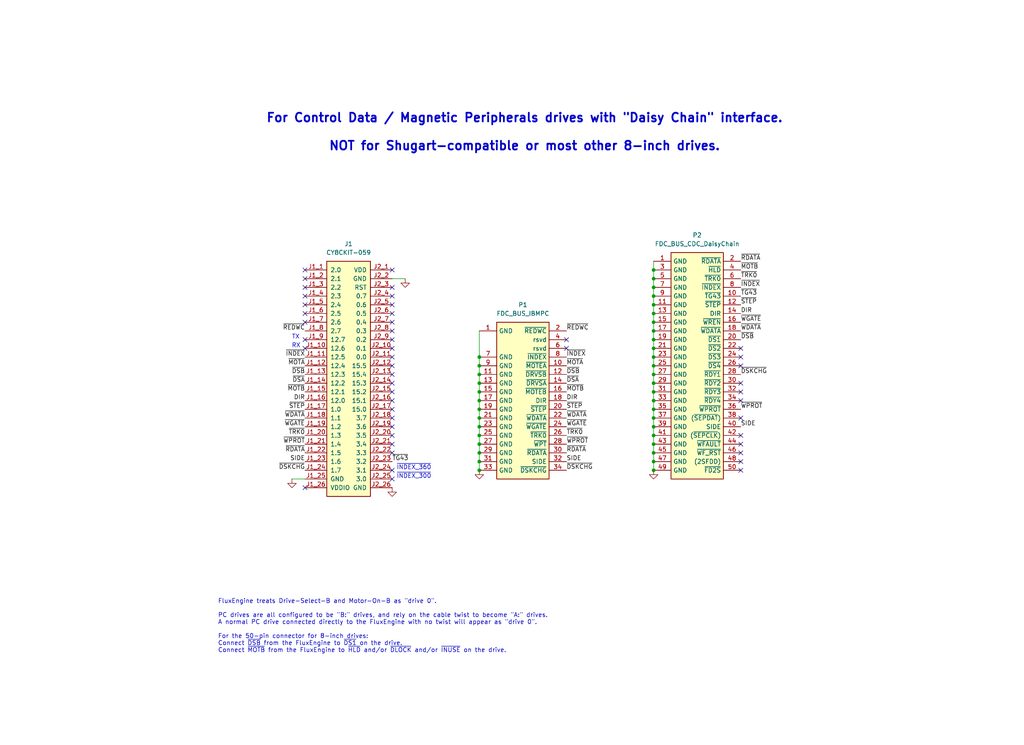
<source format=kicad_sch>
(kicad_sch (version 20231120) (generator "eeschema") (generator_version "8.0")
  (paper "User" 298.45 217.322)
  (title_block (title "FluxEngine_Hat for PC and CDC DaisyChain") (date "2024-04-29") (rev "002") (company "Brian K. White - b.kenyon.w@gmail.com") (comment 1 "CC BY-SA") (comment 2 "github.com/bkw777/FluxEngine_Kit"))
  (lib_symbols
    (symbol "000_LOCAL:CY8CKIT-059" (pin_names (offset 1.016))
      (property "Reference" "J" (at 0 34.29 0))
      (property "Value" "CY8CKIT-059" (at 0 -37.084 0))
      (symbol "CY8CKIT-059_1_1"
        (rectangle (start -6.35 33.02) (end 6.35 -35.56) (stroke (width 0.254)) (fill (type background)))
        (pin passive line (at -12.7 30.48 0) (length 6.35) (name "2.0") (number "J1_1"))
        (pin passive line (at -12.7 7.62 0) (length 6.35) (name "12.6") (number "J1_10"))
        (pin passive line (at -12.7 5.08 0) (length 6.35) (name "12.5") (number "J1_11"))
        (pin passive line (at -12.7 2.54 0) (length 6.35) (name "12.4") (number "J1_12"))
        (pin passive line (at -12.7 0 0) (length 6.35) (name "12.3") (number "J1_13"))
        (pin passive line (at -12.7 -2.54 0) (length 6.35) (name "12.2") (number "J1_14"))
        (pin passive line (at -12.7 -5.08 0) (length 6.35) (name "12.1") (number "J1_15"))
        (pin passive line (at -12.7 -7.62 0) (length 6.35) (name "12.0") (number "J1_16"))
        (pin passive line (at -12.7 -10.16 0) (length 6.35) (name "1.0") (number "J1_17"))
        (pin passive line (at -12.7 -12.7 0) (length 6.35) (name "1.1") (number "J1_18"))
        (pin passive line (at -12.7 -15.24 0) (length 6.35) (name "1.2") (number "J1_19"))
        (pin passive line (at -12.7 27.94 0) (length 6.35) (name "2.1") (number "J1_2"))
        (pin passive line (at -12.7 -17.78 0) (length 6.35) (name "1.3") (number "J1_20"))
        (pin passive line (at -12.7 -20.32 0) (length 6.35) (name "1.4") (number "J1_21"))
        (pin passive line (at -12.7 -22.86 0) (length 6.35) (name "1.5") (number "J1_22"))
        (pin passive line (at -12.7 -25.4 0) (length 6.35) (name "1.6") (number "J1_23"))
        (pin passive line (at -12.7 -27.94 0) (length 6.35) (name "1.7") (number "J1_24"))
        (pin passive line (at -12.7 -30.48 0) (length 6.35) (name "GND") (number "J1_25"))
        (pin passive line (at -12.7 -33.02 0) (length 6.35) (name "VDDIO") (number "J1_26"))
        (pin passive line (at -12.7 25.4 0) (length 6.35) (name "2.2") (number "J1_3"))
        (pin passive line (at -12.7 22.86 0) (length 6.35) (name "2.3") (number "J1_4"))
        (pin passive line (at -12.7 20.32 0) (length 6.35) (name "2.4") (number "J1_5"))
        (pin passive line (at -12.7 17.78 0) (length 6.35) (name "2.5") (number "J1_6"))
        (pin passive line (at -12.7 15.24 0) (length 6.35) (name "2.6") (number "J1_7"))
        (pin passive line (at -12.7 12.7 0) (length 6.35) (name "2.7") (number "J1_8"))
        (pin passive line (at -12.7 10.16 0) (length 6.35) (name "12.7") (number "J1_9"))
        (pin passive line (at 12.7 30.48 180) (length 6.35) (name "VDD") (number "J2_1"))
        (pin passive line (at 12.7 7.62 180) (length 6.35) (name "0.1") (number "J2_10"))
        (pin passive line (at 12.7 5.08 180) (length 6.35) (name "0.0") (number "J2_11"))
        (pin passive line (at 12.7 2.54 180) (length 6.35) (name "15.5") (number "J2_12"))
        (pin passive line (at 12.7 0 180) (length 6.35) (name "15.4") (number "J2_13"))
        (pin passive line (at 12.7 -2.54 180) (length 6.35) (name "15.3") (number "J2_14"))
        (pin passive line (at 12.7 -5.08 180) (length 6.35) (name "15.2") (number "J2_15"))
        (pin passive line (at 12.7 -7.62 180) (length 6.35) (name "15.1") (number "J2_16"))
        (pin passive line (at 12.7 -10.16 180) (length 6.35) (name "15.0") (number "J2_17"))
        (pin passive line (at 12.7 -12.7 180) (length 6.35) (name "3.7") (number "J2_18"))
        (pin passive line (at 12.7 -15.24 180) (length 6.35) (name "3.6") (number "J2_19"))
        (pin passive line (at 12.7 27.94 180) (length 6.35) (name "GND") (number "J2_2"))
        (pin passive line (at 12.7 -17.78 180) (length 6.35) (name "3.5") (number "J2_20"))
        (pin passive line (at 12.7 -20.32 180) (length 6.35) (name "3.4") (number "J2_21"))
        (pin passive line (at 12.7 -22.86 180) (length 6.35) (name "3.3") (number "J2_22"))
        (pin passive line (at 12.7 -25.4 180) (length 6.35) (name "3.2") (number "J2_23"))
        (pin passive line (at 12.7 -27.94 180) (length 6.35) (name "3.1") (number "J2_24"))
        (pin passive line (at 12.7 -30.48 180) (length 6.35) (name "3.0") (number "J2_25"))
        (pin passive line (at 12.7 -33.02 180) (length 6.35) (name "GND") (number "J2_26"))
        (pin passive line (at 12.7 25.4 180) (length 6.35) (name "RST") (number "J2_3"))
        (pin passive line (at 12.7 22.86 180) (length 6.35) (name "0.7") (number "J2_4"))
        (pin passive line (at 12.7 20.32 180) (length 6.35) (name "0.6") (number "J2_5"))
        (pin passive line (at 12.7 17.78 180) (length 6.35) (name "0.5") (number "J2_6"))
        (pin passive line (at 12.7 15.24 180) (length 6.35) (name "0.4") (number "J2_7"))
        (pin passive line (at 12.7 12.7 180) (length 6.35) (name "0.3") (number "J2_8"))
        (pin passive line (at 12.7 10.16 180) (length 6.35) (name "0.2") (number "J2_9"))
      )
    )
    (symbol "000_LOCAL:FDC_BUS_CDC_DaisyChain" (pin_names (offset 0.635))
      (property "Reference" "J" (at 0 31.75 0))
      (property "Value" "FDC_BUS_CDC_DaisyChain" (at 0 -37.084 0))
      (symbol "FDC_BUS_CDC_DaisyChain_1_1"
        (rectangle (start -7.62 30.48) (end 7.62 -35.56) (stroke (width 0.254)) (fill (type background)))
        (pin passive line (at -12.7 27.94 0) (length 5.08) (name "GND") (number "1"))
        (pin passive line (at 12.7 17.78 180) (length 5.08) (name "~{TG43}") (number "10"))
        (pin passive line (at -12.7 15.24 0) (length 5.08) (name "GND") (number "11"))
        (pin passive line (at 12.7 15.24 180) (length 5.08) (name "~{STEP}") (number "12"))
        (pin passive line (at -12.7 12.7 0) (length 5.08) (name "GND") (number "13"))
        (pin passive line (at 12.7 12.7 180) (length 5.08) (name "DIR") (number "14"))
        (pin passive line (at -12.7 10.16 0) (length 5.08) (name "GND") (number "15"))
        (pin passive line (at 12.7 10.16 180) (length 5.08) (name "~{WREN}") (number "16"))
        (pin passive line (at -12.7 7.62 0) (length 5.08) (name "GND") (number "17"))
        (pin passive line (at 12.7 7.62 180) (length 5.08) (name "~{WDATA}") (number "18"))
        (pin passive line (at -12.7 5.08 0) (length 5.08) (name "GND") (number "19"))
        (pin passive line (at 12.7 27.94 180) (length 5.08) (name "~{RDATA}") (number "2"))
        (pin passive line (at 12.7 5.08 180) (length 5.08) (name "~{DS1}") (number "20"))
        (pin passive line (at -12.7 2.54 0) (length 5.08) (name "GND") (number "21"))
        (pin passive line (at 12.7 2.54 180) (length 5.08) (name "~{DS2}") (number "22"))
        (pin passive line (at -12.7 0 0) (length 5.08) (name "GND") (number "23"))
        (pin passive line (at 12.7 0 180) (length 5.08) (name "~{DS3}") (number "24"))
        (pin passive line (at -12.7 -2.54 0) (length 5.08) (name "GND") (number "25"))
        (pin passive line (at 12.7 -2.54 180) (length 5.08) (name "~{DS4}") (number "26"))
        (pin passive line (at -12.7 -5.08 0) (length 5.08) (name "GND") (number "27"))
        (pin passive line (at 12.7 -5.08 180) (length 5.08) (name "~{RDY1}") (number "28"))
        (pin passive line (at -12.7 -7.62 0) (length 5.08) (name "GND") (number "29"))
        (pin passive line (at -12.7 25.4 0) (length 5.08) (name "GND") (number "3"))
        (pin passive line (at 12.7 -7.62 180) (length 5.08) (name "~{RDY2}") (number "30"))
        (pin passive line (at -12.7 -10.16 0) (length 5.08) (name "GND") (number "31"))
        (pin passive line (at 12.7 -10.16 180) (length 5.08) (name "~{RDY3}") (number "32"))
        (pin passive line (at -12.7 -12.7 0) (length 5.08) (name "GND") (number "33"))
        (pin passive line (at 12.7 -12.7 180) (length 5.08) (name "~{RDY4}") (number "34"))
        (pin passive line (at -12.7 -15.24 0) (length 5.08) (name "GND") (number "35"))
        (pin passive line (at 12.7 -15.24 180) (length 5.08) (name "~{WPROT}") (number "36"))
        (pin passive line (at -12.7 -17.78 0) (length 5.08) (name "GND") (number "37"))
        (pin passive line (at 12.7 -17.78 180) (length 5.08) (name "(~{SEPDAT})") (number "38"))
        (pin passive line (at -12.7 -20.32 0) (length 5.08) (name "GND") (number "39"))
        (pin passive line (at 12.7 25.4 180) (length 5.08) (name "~{HLD}") (number "4"))
        (pin passive line (at 12.7 -20.32 180) (length 5.08) (name "SIDE") (number "40"))
        (pin passive line (at -12.7 -22.86 0) (length 5.08) (name "GND") (number "41"))
        (pin passive line (at 12.7 -22.86 180) (length 5.08) (name "(~{SEPCLK})") (number "42"))
        (pin passive line (at -12.7 -25.4 0) (length 5.08) (name "GND") (number "43"))
        (pin passive line (at 12.7 -25.4 180) (length 5.08) (name "~{WFAULT}") (number "44"))
        (pin passive line (at -12.7 -27.94 0) (length 5.08) (name "GND") (number "45"))
        (pin passive line (at 12.7 -27.94 180) (length 5.08) (name "~{WF_RST}") (number "46"))
        (pin passive line (at -12.7 -30.48 0) (length 5.08) (name "GND") (number "47"))
        (pin passive line (at 12.7 -30.48 180) (length 5.08) (name "(2SFDD)") (number "48"))
        (pin passive line (at -12.7 -33.02 0) (length 5.08) (name "GND") (number "49"))
        (pin passive line (at -12.7 22.86 0) (length 5.08) (name "GND") (number "5"))
        (pin passive line (at 12.7 -33.02 180) (length 5.08) (name "~{FD2S}") (number "50"))
        (pin passive line (at 12.7 22.86 180) (length 5.08) (name "~{TRK0}") (number "6"))
        (pin passive line (at -12.7 20.32 0) (length 5.08) (name "GND") (number "7"))
        (pin passive line (at 12.7 20.32 180) (length 5.08) (name "~{INDEX}") (number "8"))
        (pin passive line (at -12.7 17.78 0) (length 5.08) (name "GND") (number "9"))
      )
    )
    (symbol "000_LOCAL:FDC_BUS_IBMPC" (pin_names (offset 0.635))
      (property "Reference" "J" (at 0 24.13 0))
      (property "Value" "FDC_BUS_IBMPC" (at 0 -24.13 0))
      (symbol "FDC_BUS_IBMPC_1_1"
        (rectangle (start -7.62 22.86) (end 7.62 -22.86) (stroke (width 0.254)) (fill (type background)))
        (pin passive line (at -12.7 20.32 0) (length 5.08) (name "GND") (number "1"))
        (pin passive line (at 12.7 10.16 180) (length 5.08) (name "~{MOTEA}") (number "10"))
        (pin passive line (at -12.7 7.62 0) (length 5.08) (name "GND") (number "11"))
        (pin passive line (at 12.7 7.62 180) (length 5.08) (name "~{DRVSB}") (number "12"))
        (pin passive line (at -12.7 5.08 0) (length 5.08) (name "GND") (number "13"))
        (pin passive line (at 12.7 5.08 180) (length 5.08) (name "~{DRVSA}") (number "14"))
        (pin passive line (at -12.7 2.54 0) (length 5.08) (name "GND") (number "15"))
        (pin passive line (at 12.7 2.54 180) (length 5.08) (name "~{MOTEB}") (number "16"))
        (pin passive line (at -12.7 0 0) (length 5.08) (name "GND") (number "17"))
        (pin passive line (at 12.7 0 180) (length 5.08) (name "DIR") (number "18"))
        (pin passive line (at -12.7 -2.54 0) (length 5.08) (name "GND") (number "19"))
        (pin passive line (at 12.7 20.32 180) (length 5.08) (name "~{REDWC}") (number "2"))
        (pin passive line (at 12.7 -2.54 180) (length 5.08) (name "~{STEP}") (number "20"))
        (pin passive line (at -12.7 -5.08 0) (length 5.08) (name "GND") (number "21"))
        (pin passive line (at 12.7 -5.08 180) (length 5.08) (name "~{WDATA}") (number "22"))
        (pin passive line (at -12.7 -7.62 0) (length 5.08) (name "GND") (number "23"))
        (pin passive line (at 12.7 -7.62 180) (length 5.08) (name "~{WGATE}") (number "24"))
        (pin passive line (at -12.7 -10.16 0) (length 5.08) (name "GND") (number "25"))
        (pin passive line (at 12.7 -10.16 180) (length 5.08) (name "~{TRK0}") (number "26"))
        (pin passive line (at -12.7 -12.7 0) (length 5.08) (name "GND") (number "27"))
        (pin passive line (at 12.7 -12.7 180) (length 5.08) (name "~{WPT}") (number "28"))
        (pin passive line (at -12.7 -15.24 0) (length 5.08) (name "GND") (number "29"))
        (pin passive line (at 12.7 -15.24 180) (length 5.08) (name "~{RDATA}") (number "30"))
        (pin passive line (at -12.7 -17.78 0) (length 5.08) (name "GND") (number "31"))
        (pin passive line (at 12.7 -17.78 180) (length 5.08) (name "SIDE") (number "32"))
        (pin passive line (at -12.7 -20.32 0) (length 5.08) (name "GND") (number "33"))
        (pin passive line (at 12.7 -20.32 180) (length 5.08) (name "~{DSKCHG}") (number "34"))
        (pin passive line (at 12.7 17.78 180) (length 5.08) (name "rsvd") (number "4"))
        (pin passive line (at 12.7 15.24 180) (length 5.08) (name "rsvd") (number "6"))
        (pin passive line (at -12.7 12.7 0) (length 5.08) (name "GND") (number "7"))
        (pin passive line (at 12.7 12.7 180) (length 5.08) (name "~{INDEX}") (number "8"))
        (pin passive line (at -12.7 10.16 0) (length 5.08) (name "GND") (number "9"))
      )
    )
    (symbol "power:GND" (power) (pin_numbers hide) (pin_names (offset 0) hide)
      (property "Value" "GND" (at 0 -3.81 0))
      (symbol "GND_0_1"
        (polyline (pts (xy 0 0) (xy 0 -1.27) (xy 1.27 -1.27) (xy 0 -2.54) (xy -1.27 -1.27) (xy 0 -1.27)))
      )
      (symbol "GND_1_1"
        (pin power_in line (at 0 0 270) (length 0) (name "~") (number "1"))
      )
    )
  )
  (junction (at 190.5 86.36))
  (junction (at 190.5 83.82))
  (junction (at 190.5 91.44))
  (junction (at 139.7 114.3))
  (junction (at 190.5 137.16))
  (junction (at 190.5 114.3))
  (junction (at 190.5 88.9))
  (junction (at 190.5 121.92))
  (junction (at 139.7 109.22))
  (junction (at 190.5 111.76))
  (junction (at 190.5 124.46))
  (junction (at 190.5 134.62))
  (junction (at 190.5 127))
  (junction (at 190.5 106.68))
  (junction (at 190.5 119.38))
  (junction (at 139.7 132.08))
  (junction (at 190.5 104.14))
  (junction (at 190.5 101.6))
  (junction (at 190.5 109.22))
  (junction (at 139.7 127))
  (junction (at 139.7 129.54))
  (junction (at 139.7 116.84))
  (junction (at 139.7 124.46))
  (junction (at 139.7 137.16))
  (junction (at 139.7 119.38))
  (junction (at 190.5 99.06))
  (junction (at 190.5 78.74))
  (junction (at 190.5 129.54))
  (junction (at 139.7 106.68))
  (junction (at 139.7 104.14))
  (junction (at 190.5 96.52))
  (junction (at 190.5 132.08))
  (junction (at 139.7 111.76))
  (junction (at 190.5 116.84))
  (junction (at 190.5 81.28))
  (junction (at 190.5 93.98))
  (junction (at 139.7 121.92))
  (junction (at 139.7 134.62))
  (no_connect (at 88.9 86.36))
  (no_connect (at 215.9 129.54))
  (no_connect (at 88.9 93.98))
  (no_connect (at 215.9 127))
  (no_connect (at 88.9 91.44))
  (no_connect (at 88.9 99.06))
  (no_connect (at 88.9 83.82))
  (no_connect (at 215.9 134.62))
  (no_connect (at 88.9 101.6))
  (no_connect (at 114.3 139.7))
  (no_connect (at 215.9 116.84))
  (no_connect (at 88.9 78.74))
  (no_connect (at 215.9 104.14))
  (no_connect (at 114.3 83.82))
  (no_connect (at 215.9 111.76))
  (no_connect (at 114.3 121.92))
  (no_connect (at 114.3 101.6))
  (no_connect (at 114.3 137.16))
  (no_connect (at 114.3 78.74))
  (no_connect (at 114.3 124.46))
  (no_connect (at 114.3 99.06))
  (no_connect (at 114.3 86.36))
  (no_connect (at 114.3 109.22))
  (no_connect (at 215.9 121.92))
  (no_connect (at 88.9 142.24))
  (no_connect (at 215.9 101.6))
  (no_connect (at 215.9 132.08))
  (no_connect (at 114.3 116.84))
  (no_connect (at 114.3 127))
  (no_connect (at 114.3 88.9))
  (no_connect (at 114.3 96.52))
  (no_connect (at 114.3 91.44))
  (no_connect (at 215.9 137.16))
  (no_connect (at 114.3 132.08))
  (no_connect (at 215.9 114.3))
  (no_connect (at 114.3 93.98))
  (no_connect (at 114.3 119.38))
  (no_connect (at 114.3 111.76))
  (no_connect (at 88.9 81.28))
  (no_connect (at 114.3 114.3))
  (no_connect (at 215.9 106.68))
  (no_connect (at 114.3 129.54))
  (no_connect (at 114.3 106.68))
  (no_connect (at 88.9 88.9))
  (no_connect (at 165.1 99.06))
  (no_connect (at 165.1 101.6))
  (no_connect (at 114.3 104.14))
  (wire (pts (xy 139.7 96.52) (xy 139.7 104.14)))
  (wire (pts (xy 190.5 91.44) (xy 190.5 93.98)))
  (wire (pts (xy 114.3 81.28) (xy 118.11 81.28)))
  (wire (pts (xy 139.7 114.3) (xy 139.7 116.84)))
  (wire (pts (xy 190.5 101.6) (xy 190.5 104.14)))
  (wire (pts (xy 190.5 88.9) (xy 190.5 91.44)))
  (wire (pts (xy 190.5 106.68) (xy 190.5 109.22)))
  (wire (pts (xy 190.5 86.36) (xy 190.5 88.9)))
  (wire (pts (xy 88.9 139.7) (xy 85.09 139.7)))
  (wire (pts (xy 139.7 116.84) (xy 139.7 119.38)))
  (wire (pts (xy 139.7 104.14) (xy 139.7 106.68)))
  (wire (pts (xy 190.5 129.54) (xy 190.5 132.08)))
  (wire (pts (xy 190.5 109.22) (xy 190.5 111.76)))
  (wire (pts (xy 139.7 106.68) (xy 139.7 109.22)))
  (wire (pts (xy 139.7 134.62) (xy 139.7 137.16)))
  (wire (pts (xy 139.7 121.92) (xy 139.7 124.46)))
  (wire (pts (xy 139.7 119.38) (xy 139.7 121.92)))
  (wire (pts (xy 190.5 114.3) (xy 190.5 116.84)))
  (wire (pts (xy 139.7 129.54) (xy 139.7 132.08)))
  (wire (pts (xy 190.5 96.52) (xy 190.5 99.06)))
  (wire (pts (xy 190.5 127) (xy 190.5 129.54)))
  (wire (pts (xy 190.5 124.46) (xy 190.5 127)))
  (wire (pts (xy 190.5 134.62) (xy 190.5 137.16)))
  (wire (pts (xy 139.7 109.22) (xy 139.7 111.76)))
  (wire (pts (xy 190.5 121.92) (xy 190.5 124.46)))
  (wire (pts (xy 190.5 119.38) (xy 190.5 121.92)))
  (wire (pts (xy 190.5 76.2) (xy 190.5 78.74)))
  (wire (pts (xy 139.7 127) (xy 139.7 129.54)))
  (wire (pts (xy 139.7 132.08) (xy 139.7 134.62)))
  (wire (pts (xy 190.5 116.84) (xy 190.5 119.38)))
  (wire (pts (xy 190.5 132.08) (xy 190.5 134.62)))
  (wire (pts (xy 190.5 93.98) (xy 190.5 96.52)))
  (wire (pts (xy 190.5 81.28) (xy 190.5 83.82)))
  (wire (pts (xy 190.5 99.06) (xy 190.5 101.6)))
  (wire (pts (xy 190.5 104.14) (xy 190.5 106.68)))
  (wire (pts (xy 139.7 124.46) (xy 139.7 127)))
  (wire (pts (xy 190.5 78.74) (xy 190.5 81.28)))
  (wire (pts (xy 190.5 111.76) (xy 190.5 114.3)))
  (wire (pts (xy 190.5 83.82) (xy 190.5 86.36)))
  (wire (pts (xy 139.7 111.76) (xy 139.7 114.3)))
  (text "~{INDEX_300}" (at 115.57 139.7 0) (effects (font (size 1.2446 1.2446)) (justify left bottom)))
  (text "TX" (at 87.376 99.06 0) (effects (font (size 1.2446 1.2446)) (justify right bottom)))
  (text "RX" (at 87.63 101.6 0) (effects (font (size 1.2446 1.2446)) (justify right bottom)))
  (text "~{INDEX_360}" (at 115.57 137.16 0) (effects (font (size 1.2446 1.2446)) (justify left bottom)))
  (text "For Control Data / Magnetic Peripherals drives with \"Daisy Chain\" interface.\n\nNOT for Shugart-compatible or most other 8-inch drives.\n" (at 152.908 38.608 0) (effects (font (size 2.54 2.54) (thickness 0.508) (bold yes))))
  (text "FluxEngine treats Drive-Select-B and Motor-On-B as \"drive 0\".\n\nPC drives are all configured to be \"B:\" drives, and rely on the cable twist to become \"A:\" drives.\nA normal PC drive connected directly to the FluxEngine with no twist will appear as \"drive 0\".\n\nFor the 50-pin connector for 8-inch drives:\nConnect ~{DSB} from the FluxEngine to ~{DS1} on the drive.\nConnect ~{MOTB} from the FluxEngine to ~{HLD} and/or ~{DLOCK} and/or ~{INUSE} on the drive.\n" (at 63.5 190.5 0) (effects (font (size 1.27 1.27)) (justify left bottom)))
  (label "~{WDATA}" (at 165.1 121.92 0) (effects (font (size 1.2446 1.2446))))
  (label "~{WDATA}" (at 215.9 96.52 0) (effects (font (size 1.2446 1.2446))))
  (label "~{REDWC}" (at 88.9 96.52 180) (effects (font (size 1.2446 1.2446))))
  (label "~{MOTA}" (at 165.1 106.68 0) (effects (font (size 1.2446 1.2446))))
  (label "~{DSKCHG}" (at 215.9 109.22 0) (effects (font (size 1.2446 1.2446))))
  (label "~{DSA}" (at 88.9 111.76 180) (effects (font (size 1.2446 1.2446))))
  (label "~{MOTB}" (at 215.9 78.74 0) (effects (font (size 1.2446 1.2446))))
  (label "~{TG43}" (at 215.9 86.36 0) (effects (font (size 1.2446 1.2446))))
  (label "~{WPROT}" (at 165.1 129.54 0) (effects (font (size 1.2446 1.2446))))
  (label "~{WGATE}" (at 165.1 124.46 0) (effects (font (size 1.2446 1.2446))))
  (label "~{WPROT}" (at 88.9 129.54 180) (effects (font (size 1.2446 1.2446))))
  (label "~{MOTA}" (at 88.9 106.68 180) (effects (font (size 1.2446 1.2446))))
  (label "~{REDWC}" (at 165.1 96.52 0) (effects (font (size 1.2446 1.2446))))
  (label "SIDE" (at 165.1 134.62 0) (effects (font (size 1.2446 1.2446))))
  (label "~{WDATA}" (at 88.9 121.92 180) (effects (font (size 1.2446 1.2446))))
  (label "~{TRK0}" (at 165.1 127 0) (effects (font (size 1.2446 1.2446))))
  (label "~{WPROT}" (at 215.9 119.38 0) (effects (font (size 1.2446 1.2446))))
  (label "~{RDATA}" (at 165.1 132.08 0) (effects (font (size 1.2446 1.2446))))
  (label "~{WGATE}" (at 215.9 93.98 0) (effects (font (size 1.2446 1.2446))))
  (label "~{INDEX}" (at 215.9 83.82 0) (effects (font (size 1.2446 1.2446))))
  (label "~{STEP}" (at 165.1 119.38 0) (effects (font (size 1.2446 1.2446))))
  (label "~{TRK0}" (at 215.9 81.28 0) (effects (font (size 1.2446 1.2446))))
  (label "~{DSKCHG}" (at 88.9 137.16 180) (effects (font (size 1.2446 1.2446))))
  (label "~{STEP}" (at 88.9 119.38 180) (effects (font (size 1.2446 1.2446))))
  (label "SIDE" (at 88.9 134.62 180) (effects (font (size 1.2446 1.2446))))
  (label "~{DSKCHG}" (at 165.1 137.16 0) (effects (font (size 1.2446 1.2446))))
  (label "~{TRK0}" (at 88.9 127 180) (effects (font (size 1.2446 1.2446))))
  (label "~{RDATA}" (at 215.9 76.2 0) (effects (font (size 1.2446 1.2446))))
  (label "~{STEP}" (at 215.9 88.9 0) (effects (font (size 1.2446 1.2446))))
  (label "SIDE" (at 215.9 124.46 0) (effects (font (size 1.2446 1.2446))))
  (label "~{DSB}" (at 165.1 109.22 0) (effects (font (size 1.2446 1.2446))))
  (label "~{DSA}" (at 165.1 111.76 0) (effects (font (size 1.2446 1.2446))))
  (label "~{INDEX}" (at 165.1 104.14 0) (effects (font (size 1.2446 1.2446))))
  (label "DIR" (at 88.9 116.84 180) (effects (font (size 1.2446 1.2446))))
  (label "~{MOTB}" (at 88.9 114.3 180) (effects (font (size 1.2446 1.2446))))
  (label "~{WGATE}" (at 88.9 124.46 180) (effects (font (size 1.2446 1.2446))))
  (label "~{DSB}" (at 215.9 99.06 0) (effects (font (size 1.2446 1.2446))))
  (label "~{TG43}" (at 114.3 134.62 0) (effects (font (size 1.2446 1.2446))))
  (label "~{RDATA}" (at 88.9 132.08 180) (effects (font (size 1.2446 1.2446))))
  (label "DIR" (at 165.1 116.84 0) (effects (font (size 1.2446 1.2446))))
  (label "~{DSB}" (at 88.9 109.22 180) (effects (font (size 1.2446 1.2446))))
  (label "DIR" (at 215.9 91.44 0) (effects (font (size 1.2446 1.2446))))
  (label "~{INDEX}" (at 88.9 104.14 180) (effects (font (size 1.2446 1.2446))))
  (label "~{MOTB}" (at 165.1 114.3 0) (effects (font (size 1.2446 1.2446))))
  (symbol (lib_id "power:GND") (at 114.3 142.24 0) (unit 1)
    (property "Reference" "#PWR06" (effects (hide yes)))
    (property "Value" "GND" (effects (hide yes)))
    (property "Description" "Power symbol creates a global label with name \"GND\" , ground" (effects (hide yes)))
  )
  (symbol (lib_id "000_LOCAL:CY8CKIT-059") (at 101.6 109.22 0) (unit 1)
    (property "Reference" "J1" (at 101.6 71.12 0))
    (property "Value" "CY8CKIT-059" (at 101.6 73.66 0))
    (property "Footprint" "000_LOCAL:CY8CKIT-059 dry fit" (effects (hide yes)))
    (property "Datasheet" "datasheets/CY8CKIT-059.pdf" (effects (hide yes)))
    (property "Description" "Infineon Cypress CY8CKIT-059 Arm & CPLD eval board " (effects (hide yes)))
  )
  (symbol (lib_id "000_LOCAL:FDC_BUS_CDC_DaisyChain") (at 203.2 104.14 0) (unit 1)
    (property "Reference" "P2" (at 203.2 68.58 0))
    (property "Value" "FDC_BUS_CDC_DaisyChain" (at 203.2 71.12 0))
    (property "Footprint" "000_LOCAL:IDC-Header_2x25_P2.54mm_Latch_Vertical" (effects (hide yes)))
    (property "Datasheet" "datasheets/CDC_FDD_pinouts.png" (effects (hide yes)))
    (property "Description" "Control Data / Magnetic Peripherals fdc bus, \"Daisy Chain\" interface" (effects (hide yes)))
  )
  (symbol (lib_id "power:GND") (at 118.11 81.28 0) (mirror y) (unit 1)
    (property "Reference" "#PWR08" (effects (hide yes)))
    (property "Value" "GND" (effects (hide yes)))
    (property "Description" "Power symbol creates a global label with name \"GND\" , ground" (effects (hide yes)))
  )
  (symbol (lib_id "000_LOCAL:FDC_BUS_IBMPC") (at 152.4 116.84 0) (unit 1)
    (property "Reference" "P1" (at 152.4 88.9 0))
    (property "Value" "FDC_BUS_IBMPC" (at 152.4 91.44 0))
    (property "Footprint" "000_LOCAL:IDC-Header_2x17_P2.54mm_Latch_Vertical - FDD" (effects (hide yes)))
    (property "Datasheet" "datasheets/fdd-bus-interface-34p_5.25inch.png" (effects (hide yes)))
    (property "Description" "34-pin IBM PC floppy drive interface, host-side, pins 3 & 5 removed" (effects (hide yes)))
  )
  (symbol (lib_id "power:GND") (at 139.7 137.16 0) (unit 1)
    (property "Reference" "#PWR07" (effects (hide yes)))
    (property "Value" "GND" (effects (hide yes)))
    (property "Description" "Power symbol creates a global label with name \"GND\" , ground" (effects (hide yes)))
  )
  (symbol (lib_id "power:GND") (at 190.5 137.16 0) (unit 1)
    (property "Reference" "#PWR02" (effects (hide yes)))
    (property "Value" "GND" (effects (hide yes)))
    (property "Description" "Power symbol creates a global label with name \"GND\" , ground" (effects (hide yes)))
  )
  (symbol (lib_id "power:GND") (at 85.09 139.7 0) (mirror y) (unit 1)
    (property "Reference" "#PWR04" (effects (hide yes)))
    (property "Value" "GND" (effects (hide yes)))
    (property "Description" "Power symbol creates a global label with name \"GND\" , ground" (effects (hide yes)))
  )
)
</source>
